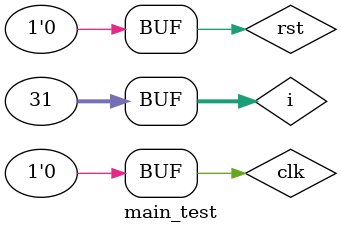
<source format=v>
module main(input clk, rst, x, output reg z);
   
   reg [2:0] state;
   parameter S0 = 3'b000,
             S1 = 3'b001,
             S2 = 3'b010,
             S3 = 3'b011,
             S4 = 3'b100;
			
   always @( posedge clk, posedge rst )
   begin
   if( rst )
       state <= S0;
   else
   begin
       case( state )
       
	   S0:
       begin
            if( x == 1'b1 ) begin state <= S1; z <= 0; end
            else begin state <= S0; z <= 0; end
       end

       S1:
       begin
            if( x == 1'b0 ) begin state <= S2; z <= 0; end
            else begin state <= S1; z <= 0; end
       end

       S2:
       begin
            if( x == 1'b1 ) begin state <= S3; z <= 0; end
            else begin state <= S0; z <= 0; end
       end

       S3:
       begin
            if( x == 1'b0 ) begin state <= S4; z <=1; end
            else begin state <= S1; z <= 0; end
       end
	   
	   S4:
       begin
            if( x == 1'b0 ) begin state <= S0; z<=0; end
            else begin state <= S3; z<=0; end
       end
	   
       endcase
   end
end

endmodule

module main_test;
 reg  clk, rst, x;
 wire z;
 integer i;
 
 main dut( clk, rst, x, z);

initial
 begin
   clk = 0;
   rst = 1;
   #5 rst = 0;
   
   for( i = 0; i <= 30; i = i + 1)
   begin
      x = $random % 2;
      #2 clk = 1;
      #2 clk = 0;
      $display("State = ", dut.state, " Input = ", x, ", Output = ", z);
   end
 end
endmodule
</source>
